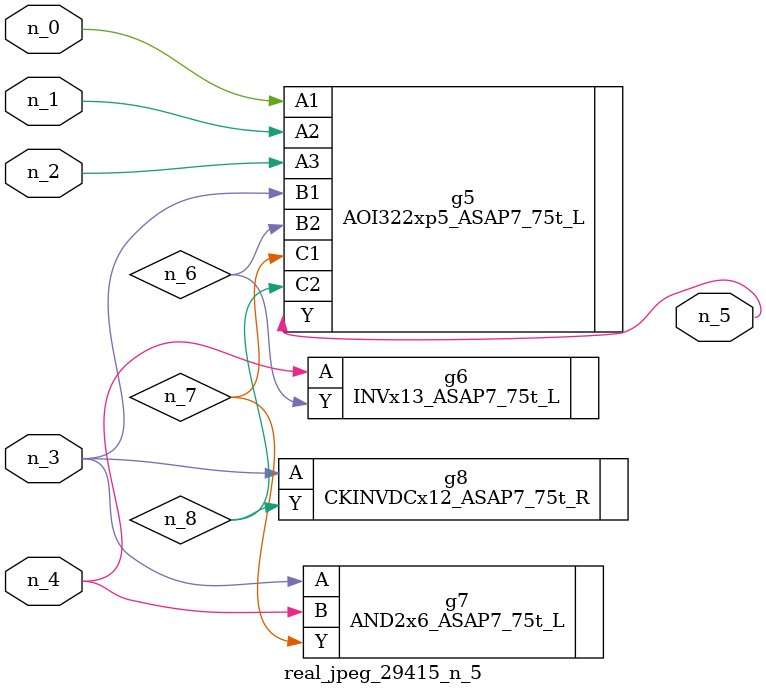
<source format=v>
module real_jpeg_29415_n_5 (n_4, n_0, n_1, n_2, n_3, n_5);

input n_4;
input n_0;
input n_1;
input n_2;
input n_3;

output n_5;

wire n_8;
wire n_6;
wire n_7;

AOI322xp5_ASAP7_75t_L g5 ( 
.A1(n_0),
.A2(n_1),
.A3(n_2),
.B1(n_3),
.B2(n_6),
.C1(n_7),
.C2(n_8),
.Y(n_5)
);

AND2x6_ASAP7_75t_L g7 ( 
.A(n_3),
.B(n_4),
.Y(n_7)
);

CKINVDCx12_ASAP7_75t_R g8 ( 
.A(n_3),
.Y(n_8)
);

INVx13_ASAP7_75t_L g6 ( 
.A(n_4),
.Y(n_6)
);


endmodule
</source>
